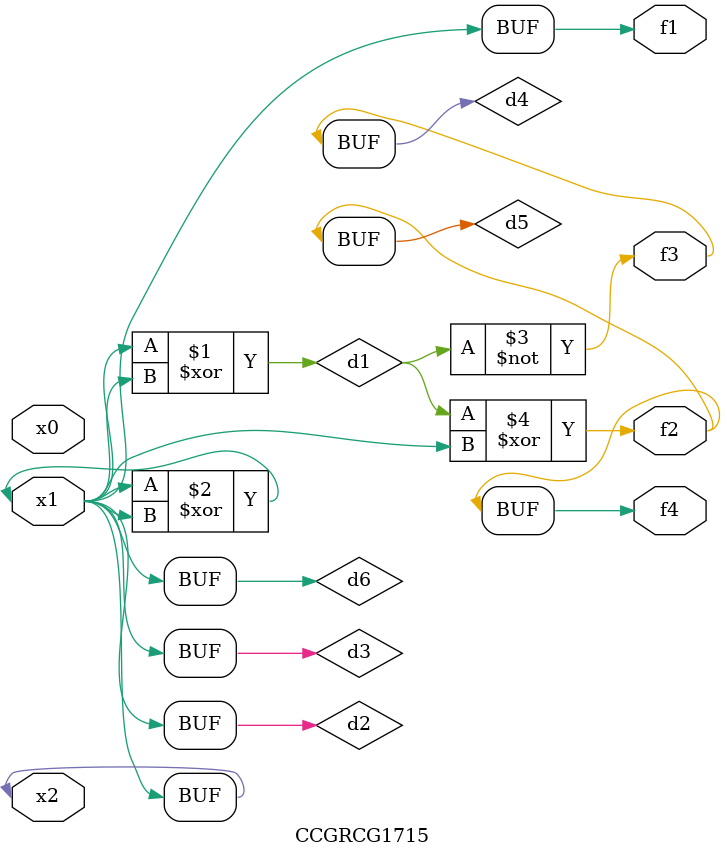
<source format=v>
module CCGRCG1715(
	input x0, x1, x2,
	output f1, f2, f3, f4
);

	wire d1, d2, d3, d4, d5, d6;

	xor (d1, x1, x2);
	buf (d2, x1, x2);
	xor (d3, x1, x2);
	nor (d4, d1);
	xor (d5, d1, d2);
	buf (d6, d2, d3);
	assign f1 = d6;
	assign f2 = d5;
	assign f3 = d4;
	assign f4 = d5;
endmodule

</source>
